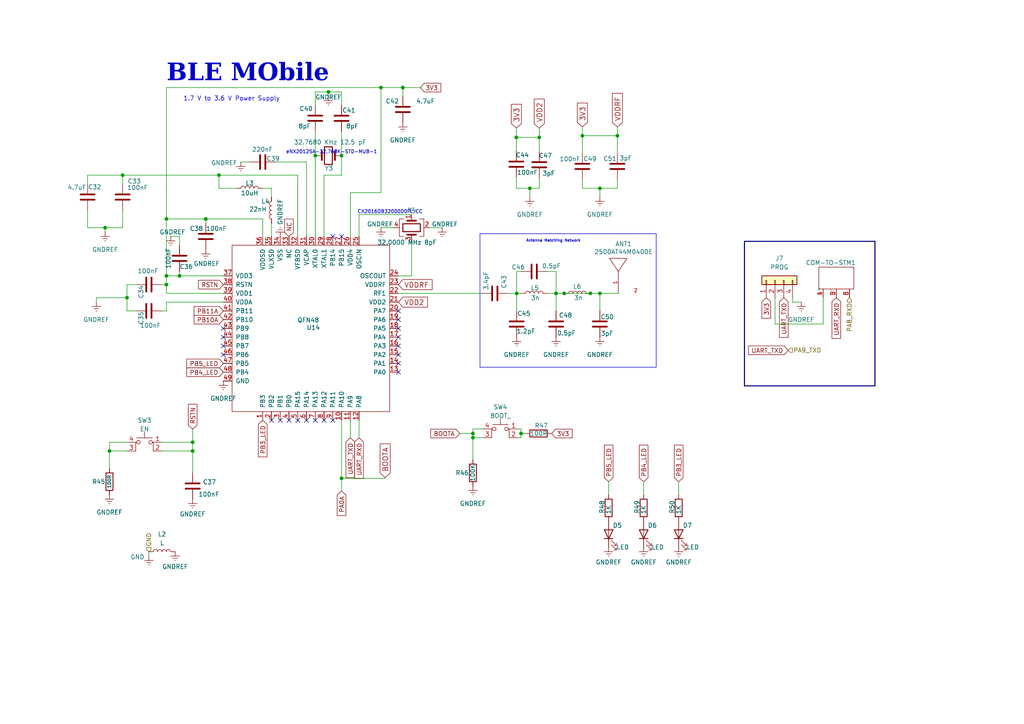
<source format=kicad_sch>
(kicad_sch (version 20231120) (generator "eeschema") (generator_version "8.0")
  (paper "A4")
  (lib_symbols
    (symbol "BlueNRG-LP-rescue:2500AT44M0400E-eec" (pin_names (offset 1.016))
      (property "Reference" "ANT" (at 0 15.24 0))
      (property "Value" "2500AT44M0400E-eec" (at 0 17.78 0))
      (symbol "2500AT44M0400E-eec_1_1"
        (polyline (pts (xy -2.54 12.7) (xy 0 8.89)))
        (polyline (pts (xy -2.54 12.7) (xy 2.54 12.7)))
        (polyline (pts (xy 2.54 12.7) (xy 0 8.89)))
        (pin unspecified line (at 0 2.54 90) (length 6.35) (name "Feeding_Point") (number "1"))
        (pin unspecified line (at 5.08 2.54 180) (length 0) (name "NC") (number "2"))
      )
    )
    (symbol "BlueNRG-LP-rescue:QFN48-QFN48" (pin_names (offset 1.016))
      (property "Reference" "U" (at 17.78 -27.94 0))
      (property "Value" "QFN48-QFN48" (at 17.78 -25.4 0))
      (symbol "QFN48-QFN48_0_1"
        (rectangle (start 0 0) (end 45.72 -48.26))
      )
      (symbol "QFN48-QFN48_1_1"
        (pin input line (at 8.89 -50.8 90) (length 2.54) (name "PB3") (number "1"))
        (pin bidirectional line (at 31.75 -50.8 90) (length 2.54) (name "PA10") (number "10"))
        (pin bidirectional line (at 34.29 -50.8 90) (length 2.54) (name "PA9") (number "11"))
        (pin bidirectional line (at 36.83 -50.8 90) (length 2.54) (name "PA8") (number "12"))
        (pin bidirectional line (at 48.26 -36.83 180) (length 2.54) (name "PA0") (number "13"))
        (pin bidirectional line (at 48.26 -34.29 180) (length 2.54) (name "PA1") (number "14"))
        (pin bidirectional line (at 48.26 -31.75 180) (length 2.54) (name "PA2") (number "15"))
        (pin bidirectional line (at 48.26 -29.21 180) (length 2.54) (name "PA3") (number "16"))
        (pin bidirectional line (at 48.26 -26.67 180) (length 2.54) (name "PA4") (number "17"))
        (pin bidirectional line (at 48.26 -24.13 180) (length 2.54) (name "PA5") (number "18"))
        (pin bidirectional line (at 48.26 -21.59 180) (length 2.54) (name "PA6") (number "19"))
        (pin input line (at 11.43 -50.8 90) (length 2.54) (name "PB2") (number "2"))
        (pin bidirectional line (at 48.26 -19.05 180) (length 2.54) (name "PA7") (number "20"))
        (pin input line (at 48.26 -16.51 180) (length 2.54) (name "VDD2") (number "21"))
        (pin bidirectional line (at 48.26 -13.97 180) (length 2.54) (name "RF1") (number "22"))
        (pin bidirectional line (at 48.26 -11.43 180) (length 2.54) (name "VDDRF") (number "23"))
        (pin bidirectional line (at 48.26 -8.89 180) (length 2.54) (name "OSCOUT") (number "24"))
        (pin bidirectional line (at 36.83 2.54 270) (length 2.54) (name "OSCIN") (number "25"))
        (pin input line (at 34.29 2.54 270) (length 2.54) (name "VDD4") (number "26"))
        (pin bidirectional line (at 31.75 2.54 270) (length 2.54) (name "PB15") (number "27"))
        (pin bidirectional line (at 29.21 2.54 270) (length 2.54) (name "PB14") (number "28"))
        (pin bidirectional line (at 26.67 2.54 270) (length 2.54) (name "XTAL1") (number "29"))
        (pin input line (at 13.97 -50.8 90) (length 2.54) (name "PB1") (number "3"))
        (pin bidirectional line (at 24.13 2.54 270) (length 2.54) (name "XTAL0") (number "30"))
        (pin bidirectional line (at 21.59 2.54 270) (length 2.54) (name "VCAP") (number "31"))
        (pin bidirectional line (at 19.05 2.54 270) (length 2.54) (name "VFBSD") (number "32"))
        (pin bidirectional line (at 16.51 2.54 270) (length 2.54) (name "NC") (number "33"))
        (pin bidirectional line (at 13.97 2.54 270) (length 2.54) (name "VSS") (number "34"))
        (pin bidirectional line (at 11.43 2.54 270) (length 2.54) (name "VLXSD") (number "35"))
        (pin bidirectional line (at 8.89 2.54 270) (length 2.54) (name "VDDSD") (number "36"))
        (pin input line (at -2.54 -8.89 0) (length 2.54) (name "VDD3") (number "37"))
        (pin bidirectional line (at -2.54 -11.43 0) (length 2.54) (name "RSTN") (number "38"))
        (pin input line (at -2.54 -13.97 0) (length 2.54) (name "VDD1") (number "39"))
        (pin input line (at 16.51 -50.8 90) (length 2.54) (name "PB0") (number "4"))
        (pin input line (at -2.54 -16.51 0) (length 2.54) (name "VDDA") (number "40"))
        (pin bidirectional line (at -2.54 -19.05 0) (length 2.54) (name "PB11") (number "41"))
        (pin bidirectional line (at -2.54 -21.59 0) (length 2.54) (name "PB10") (number "42"))
        (pin bidirectional line (at -2.54 -24.13 0) (length 2.54) (name "PB9") (number "43"))
        (pin bidirectional line (at -2.54 -26.67 0) (length 2.54) (name "PB8") (number "44"))
        (pin bidirectional line (at -2.54 -29.21 0) (length 2.54) (name "PB7") (number "45"))
        (pin bidirectional line (at -2.54 -31.75 0) (length 2.54) (name "PB6") (number "46"))
        (pin bidirectional line (at -2.54 -34.29 0) (length 2.54) (name "PB5") (number "47"))
        (pin bidirectional line (at -2.54 -36.83 0) (length 2.54) (name "PB4") (number "48"))
        (pin input line (at -2.54 -39.37 0) (length 2.54) (name "GND") (number "49"))
        (pin bidirectional line (at 19.05 -50.8 90) (length 2.54) (name "PA15") (number "5"))
        (pin bidirectional line (at 21.59 -50.8 90) (length 2.54) (name "PA14") (number "6"))
        (pin bidirectional line (at 24.13 -50.8 90) (length 2.54) (name "PA13") (number "7"))
        (pin bidirectional line (at 26.67 -50.8 90) (length 2.54) (name "PA12") (number "8"))
        (pin bidirectional line (at 29.21 -50.8 90) (length 2.54) (name "PA11") (number "9"))
      )
    )
    (symbol "Connector_Generic:Conn_01x04" (pin_names (offset 1.016) hide)
      (property "Reference" "J" (at 0 5.08 0))
      (property "Value" "Conn_01x04" (at 0 -7.62 0))
      (symbol "Conn_01x04_1_1"
        (rectangle (start -1.27 -4.953) (end 0 -5.207) (stroke (width 0.1524)))
        (rectangle (start -1.27 -2.413) (end 0 -2.667) (stroke (width 0.1524)))
        (rectangle (start -1.27 0.127) (end 0 -0.127) (stroke (width 0.1524)))
        (rectangle (start -1.27 2.667) (end 0 2.413) (stroke (width 0.1524)))
        (rectangle (start -1.27 3.81) (end 1.27 -6.35) (stroke (width 0.254)) (fill (type background)))
        (pin passive line (at -5.08 2.54 0) (length 3.81) (name "Pin_1") (number "1"))
        (pin passive line (at -5.08 0 0) (length 3.81) (name "Pin_2") (number "2"))
        (pin passive line (at -5.08 -2.54 0) (length 3.81) (name "Pin_3") (number "3"))
        (pin passive line (at -5.08 -5.08 0) (length 3.81) (name "Pin_4") (number "4"))
      )
    )
    (symbol "Device:C" (pin_numbers hide) (pin_names (offset 0.254))
      (property "Reference" "C" (at 0.635 2.54 0))
      (property "Value" "C" (at 0.635 -2.54 0))
      (symbol "C_0_1"
        (polyline (pts (xy -2.032 -0.762) (xy 2.032 -0.762)) (stroke (width 0.508)))
        (polyline (pts (xy -2.032 0.762) (xy 2.032 0.762)) (stroke (width 0.508)))
      )
      (symbol "C_1_1"
        (pin passive line (at 0 3.81 270) (length 2.794) (name "~") (number "1"))
        (pin passive line (at 0 -3.81 90) (length 2.794) (name "~") (number "2"))
      )
    )
    (symbol "Device:Crystal" (pin_numbers hide) (pin_names (offset 1.016) hide)
      (property "Reference" "Y" (at 0 3.81 0))
      (property "Value" "Crystal" (at 0 -3.81 0))
      (symbol "Crystal_0_1"
        (rectangle (start -1.143 2.54) (end 1.143 -2.54) (stroke (width 0.3048)))
        (polyline (pts (xy -2.54 0) (xy -1.905 0)))
        (polyline (pts (xy -1.905 -1.27) (xy -1.905 1.27)) (stroke (width 0.508)))
        (polyline (pts (xy 1.905 -1.27) (xy 1.905 1.27)) (stroke (width 0.508)))
        (polyline (pts (xy 2.54 0) (xy 1.905 0)))
      )
      (symbol "Crystal_1_1"
        (pin passive line (at -3.81 0 0) (length 1.27) (name "1") (number "1"))
        (pin passive line (at 3.81 0 180) (length 1.27) (name "2") (number "2"))
      )
    )
    (symbol "Device:Crystal_GND24" (pin_names (offset 1.016) hide)
      (property "Reference" "Y" (at 3.175 5.08 0))
      (property "Value" "Crystal_GND24" (at 3.175 3.175 0))
      (symbol "Crystal_GND24_0_1"
        (rectangle (start -1.143 2.54) (end 1.143 -2.54) (stroke (width 0.3048)))
        (polyline (pts (xy -2.54 0) (xy -2.032 0)))
        (polyline (pts (xy -2.032 -1.27) (xy -2.032 1.27)) (stroke (width 0.508)))
        (polyline (pts (xy 0 -3.81) (xy 0 -3.556)))
        (polyline (pts (xy 0 3.556) (xy 0 3.81)))
        (polyline (pts (xy 2.032 -1.27) (xy 2.032 1.27)) (stroke (width 0.508)))
        (polyline (pts (xy 2.032 0) (xy 2.54 0)))
        (polyline (pts (xy -2.54 -2.286) (xy -2.54 -3.556) (xy 2.54 -3.556) (xy 2.54 -2.286)))
        (polyline (pts (xy -2.54 2.286) (xy -2.54 3.556) (xy 2.54 3.556) (xy 2.54 2.286)))
      )
      (symbol "Crystal_GND24_1_1"
        (pin passive line (at -3.81 0 0) (length 1.27) (name "1") (number "1"))
        (pin passive line (at 0 5.08 270) (length 1.27) (name "2") (number "2"))
        (pin passive line (at 3.81 0 180) (length 1.27) (name "3") (number "3"))
        (pin passive line (at 0 -5.08 90) (length 1.27) (name "4") (number "4"))
      )
    )
    (symbol "Device:L" (pin_numbers hide) (pin_names (offset 1.016) hide)
      (property "Reference" "L" (at -1.27 0 90))
      (property "Value" "L" (at 1.905 0 90))
      (symbol "L_0_1"
        (arc (start 0 -2.54) (mid 0.6323 -1.905) (end 0 -1.27))
        (arc (start 0 -1.27) (mid 0.6323 -0.635) (end 0 0))
        (arc (start 0 0) (mid 0.6323 0.635) (end 0 1.27))
        (arc (start 0 1.27) (mid 0.6323 1.905) (end 0 2.54))
      )
      (symbol "L_1_1"
        (pin passive line (at 0 3.81 270) (length 1.27) (name "1") (number "1"))
        (pin passive line (at 0 -3.81 90) (length 1.27) (name "2") (number "2"))
      )
    )
    (symbol "Device:LED" (pin_numbers hide) (pin_names (offset 1.016) hide)
      (property "Reference" "D" (at 0 2.54 0))
      (property "Value" "LED" (at 0 -2.54 0))
      (symbol "LED_0_1"
        (polyline (pts (xy -1.27 -1.27) (xy -1.27 1.27)) (stroke (width 0.254)))
        (polyline (pts (xy -1.27 0) (xy 1.27 0)))
        (polyline (pts (xy 1.27 -1.27) (xy 1.27 1.27) (xy -1.27 0) (xy 1.27 -1.27)) (stroke (width 0.254)))
        (polyline (pts (xy -3.048 -0.762) (xy -4.572 -2.286) (xy -3.81 -2.286) (xy -4.572 -2.286) (xy -4.572 -1.524)))
        (polyline (pts (xy -1.778 -0.762) (xy -3.302 -2.286) (xy -2.54 -2.286) (xy -3.302 -2.286) (xy -3.302 -1.524)))
      )
      (symbol "LED_1_1"
        (pin passive line (at -3.81 0 0) (length 2.54) (name "K") (number "1"))
        (pin passive line (at 3.81 0 180) (length 2.54) (name "A") (number "2"))
      )
    )
    (symbol "Device:R" (pin_numbers hide) (pin_names (offset 0))
      (property "Reference" "R" (at 2.032 0 90))
      (property "Value" "R" (at 0 0 90))
      (symbol "R_0_1"
        (rectangle (start -1.016 -2.54) (end 1.016 2.54) (stroke (width 0.254)))
      )
      (symbol "R_1_1"
        (pin passive line (at 0 3.81 270) (length 1.27) (name "~") (number "1"))
        (pin passive line (at 0 -3.81 90) (length 1.27) (name "~") (number "2"))
      )
    )
    (symbol "GNDREF_1" (power) (pin_names (offset 0))
      (property "Value" "GNDREF_1" (at 0 -4.445 0))
      (symbol "GNDREF_1_0_1"
        (polyline (pts (xy -0.635 -1.905) (xy 0.635 -1.905)))
        (polyline (pts (xy -0.127 -2.54) (xy 0.127 -2.54)))
        (polyline (pts (xy 0 -1.27) (xy 0 0)))
        (polyline (pts (xy 1.27 -1.27) (xy -1.27 -1.27)))
      )
      (symbol "GNDREF_1_1_1"
        (pin power_in line (at 0 0 270) (length 0) hide (name "GND") (number "1"))
      )
    )
    (symbol "SS-3235S-L2:U1"
      (property "Reference" "SS-3235S-L2" (at 0 0 0))
      (symbol "U1_0_1"
        (rectangle (start 0 0) (end 6.35 -10.16))
      )
      (symbol "U1_1_1"
        (pin input line (at -2.54 -1.27 0) (length 2.54) (name "") (number "1"))
        (pin input line (at -2.54 -5.08 0) (length 2.54) (name "") (number "2"))
        (pin input line (at -2.54 -8.89 0) (length 2.54) (name "") (number "3"))
        (pin input line (at -2.54 -1.27 0) (length 2.54) (name "") (number "4"))
        (pin input line (at -2.54 -5.08 0) (length 2.54) (name "") (number "5"))
        (pin input line (at -2.54 -8.89 0) (length 2.54) (name "") (number "6"))
      )
    )
    (symbol "Switch:SW_MEC_5E" (pin_names (offset 1.016) hide)
      (property "Reference" "SW" (at 0.635 5.715 0))
      (property "Value" "SW_MEC_5E" (at 0 -3.175 0))
      (symbol "SW_MEC_5E_0_1"
        (circle (center -1.778 2.54) (radius 0.508))
        (polyline (pts (xy -2.286 3.81) (xy 2.286 3.81)))
        (polyline (pts (xy 0 3.81) (xy 0 5.588)))
        (polyline (pts (xy -2.54 0) (xy -2.54 2.54) (xy -2.286 2.54)))
        (polyline (pts (xy 2.54 0) (xy 2.54 2.54) (xy 2.286 2.54)))
        (circle (center 1.778 2.54) (radius 0.508))
        (pin passive line (at -5.08 2.54 0) (length 2.54) (name "1") (number "1"))
        (pin passive line (at -5.08 0 0) (length 2.54) (name "2") (number "2"))
        (pin passive line (at 5.08 0 180) (length 2.54) (name "K") (number "3"))
        (pin passive line (at 5.08 2.54 180) (length 2.54) (name "A") (number "4"))
      )
    )
    (symbol "power:GNDREF" (power) (pin_numbers hide) (pin_names (offset 0) hide)
      (property "Value" "GNDREF" (at 0 -3.81 0))
      (symbol "GNDREF_0_1"
        (polyline (pts (xy -0.635 -1.905) (xy 0.635 -1.905)))
        (polyline (pts (xy -0.127 -2.54) (xy 0.127 -2.54)))
        (polyline (pts (xy 0 -1.27) (xy 0 0)))
        (polyline (pts (xy 1.27 -1.27) (xy -1.27 -1.27)))
      )
      (symbol "GNDREF_1_1"
        (pin power_in line (at 0 0 270) (length 0) (name "~") (number "1"))
      )
    )
  )
  (junction (at 36.83 86.36))
  (junction (at 149.7584 39.8526))
  (junction (at 173.99 85.09))
  (junction (at 149.86 85.09))
  (junction (at 151.13 125.73))
  (junction (at 168.91 39.37))
  (junction (at 31.75 130.81))
  (junction (at 63.5 50.8))
  (junction (at 179.07 39.37))
  (junction (at 110.49 25.4))
  (junction (at 99.06 138.7348))
  (junction (at 59.69 63.5))
  (junction (at 173.99 54.61))
  (junction (at 116.84 25.4))
  (junction (at 35.56 50.8))
  (junction (at 48.26 63.5))
  (junction (at 91.44 45.1358))
  (junction (at 156.4132 39.8526))
  (junction (at 48.26 82.55))
  (junction (at 30.48 66.04))
  (junction (at 137.16 125.73))
  (junction (at 99.06 45.1358))
  (junction (at 95.25 26.67))
  (junction (at 52.07 80.01))
  (junction (at 55.88 130.81))
  (junction (at 171.2468 85.09))
  (junction (at 48.26 80.01))
  (junction (at 137.16 126.9492))
  (junction (at 153.67 54.61))
  (junction (at 55.88 128.27))
  (junction (at 161.29 85.09))
  (junction (at 163.6268 85.09))
  (no_connect (at 91.44 121.92))
  (no_connect (at 115.57 95.25))
  (no_connect (at 81.28 121.92))
  (no_connect (at 64.77 97.79))
  (no_connect (at 64.77 95.25))
  (no_connect (at 115.57 107.95))
  (no_connect (at 99.06 68.58))
  (no_connect (at 115.57 100.33))
  (no_connect (at 83.82 121.92))
  (no_connect (at 96.52 68.58))
  (no_connect (at 64.77 102.87))
  (no_connect (at 115.57 90.17))
  (no_connect (at 115.57 92.71))
  (no_connect (at 88.9 121.92))
  (no_connect (at 96.52 121.92))
  (no_connect (at 115.57 97.79))
  (no_connect (at 115.57 105.41))
  (no_connect (at 93.98 121.92))
  (no_connect (at 64.77 100.33))
  (no_connect (at 78.74 121.92))
  (no_connect (at 115.57 102.87))
  (no_connect (at 86.36 121.92))
  (wire (pts (xy 99.06 138.7348) (xy 99.06 142.4432)))
  (wire (pts (xy 49.53 68.58) (xy 52.07 68.58)))
  (wire (pts (xy 179.07 36.83) (xy 179.07 39.37)))
  (wire (pts (xy 101.6 68.58) (xy 101.6 55.88)))
  (wire (pts (xy 27.94 87.63) (xy 27.94 86.36)))
  (polyline (pts (xy 139.2174 106.5022) (xy 190.3222 106.5022)))
  (wire (pts (xy 153.67 54.61) (xy 153.67 57.15)))
  (wire (pts (xy 52.07 80.01) (xy 64.77 80.01)))
  (wire (pts (xy 91.44 26.67) (xy 91.44 30.48)))
  (wire (pts (xy 93.98 50.8) (xy 99.06 50.8)))
  (wire (pts (xy 76.2 54.61) (xy 78.74 54.61)))
  (wire (pts (xy 133.35 125.73) (xy 137.16 125.73)))
  (wire (pts (xy 48.26 87.63) (xy 48.26 90.17)))
  (wire (pts (xy 43.18 160.02) (xy 43.18 161.29)))
  (wire (pts (xy 137.16 126.9492) (xy 137.16 133.35)))
  (wire (pts (xy 238.76 86.36) (xy 238.76 93.98)))
  (wire (pts (xy 99.06 138.7348) (xy 111.7092 138.7348)))
  (wire (pts (xy 59.69 63.5) (xy 59.69 64.77)))
  (wire (pts (xy 31.75 128.27) (xy 31.75 130.81)))
  (wire (pts (xy 95.25 26.67) (xy 99.06 26.67)))
  (wire (pts (xy 55.88 128.27) (xy 55.88 124.46)))
  (polyline (pts (xy 139.2174 67.7926) (xy 139.2174 106.5022)))
  (wire (pts (xy 173.99 54.61) (xy 173.99 57.15)))
  (wire (pts (xy 30.48 66.04) (xy 35.56 66.04)))
  (wire (pts (xy 124.46 66.04) (xy 128.27 66.04)))
  (wire (pts (xy 137.16 124.4092) (xy 137.16 125.73)))
  (wire (pts (xy 63.5 50.8) (xy 86.36 50.8)))
  (wire (pts (xy 35.56 50.8) (xy 35.56 53.34)))
  (wire (pts (xy 156.4132 39.8526) (xy 156.4132 37.1602)))
  (wire (pts (xy 110.49 25.4) (xy 116.84 25.4)))
  (wire (pts (xy 88.9 68.58) (xy 88.9 46.99)))
  (wire (pts (xy 149.7584 54.61) (xy 153.67 54.61)))
  (wire (pts (xy 76.2 63.5) (xy 59.69 63.5)))
  (wire (pts (xy 173.99 85.09) (xy 179.324 85.09)))
  (wire (pts (xy 48.26 63.5) (xy 48.26 80.01)))
  (wire (pts (xy 173.99 85.09) (xy 173.99 90.17)))
  (wire (pts (xy 63.5 54.61) (xy 63.5 50.8)))
  (wire (pts (xy 115.57 80.01) (xy 119.38 80.01)))
  (wire (pts (xy 186.69 139.7) (xy 186.69 143.51)))
  (wire (pts (xy 52.07 78.74) (xy 52.07 80.01)))
  (wire (pts (xy 168.91 39.37) (xy 179.07 39.37)))
  (wire (pts (xy 158.75 85.09) (xy 161.29 85.09)))
  (wire (pts (xy 168.91 54.61) (xy 173.99 54.61)))
  (wire (pts (xy 158.75 78.74) (xy 161.29 78.74)))
  (wire (pts (xy 115.57 85.09) (xy 139.7 85.09)))
  (wire (pts (xy 36.83 82.55) (xy 36.83 86.36)))
  (wire (pts (xy 91.44 45.1358) (xy 91.44 68.58)))
  (wire (pts (xy 48.26 82.55) (xy 48.26 80.01)))
  (wire (pts (xy 99.06 38.1254) (xy 99.06 45.1358)))
  (wire (pts (xy 36.83 86.36) (xy 36.83 90.17)))
  (wire (pts (xy 171.2468 85.09) (xy 173.99 85.09)))
  (wire (pts (xy 39.37 90.17) (xy 36.83 90.17)))
  (wire (pts (xy 116.84 25.4) (xy 116.84 27.94)))
  (wire (pts (xy 25.4 50.8) (xy 25.4 53.34)))
  (wire (pts (xy 104.14 62.23) (xy 119.38 62.23)))
  (polyline (pts (xy 190.3222 67.7926) (xy 139.2174 67.7926)))
  (wire (pts (xy 99.06 121.92) (xy 99.06 138.7348)))
  (wire (pts (xy 119.38 80.01) (xy 119.38 69.85)))
  (wire (pts (xy 161.29 85.09) (xy 163.6268 85.09)))
  (wire (pts (xy 35.56 50.8) (xy 63.5 50.8)))
  (wire (pts (xy 48.26 25.4) (xy 48.26 63.5)))
  (wire (pts (xy 137.16 126.9492) (xy 137.16 125.73)))
  (wire (pts (xy 25.4 66.04) (xy 30.48 66.04)))
  (wire (pts (xy 179.07 52.07) (xy 179.07 54.61)))
  (wire (pts (xy 30.48 66.04) (xy 30.48 67.31)))
  (wire (pts (xy 224.79 93.98) (xy 238.76 93.98)))
  (bus (pts (xy 215.9254 70.0024) (xy 253.7714 70.0024)))
  (wire (pts (xy 149.86 85.09) (xy 151.13 85.09)))
  (wire (pts (xy 46.99 128.27) (xy 55.88 128.27)))
  (wire (pts (xy 99.06 26.67) (xy 99.06 30.5054)))
  (wire (pts (xy 110.49 66.04) (xy 114.3 66.04)))
  (wire (pts (xy 168.91 39.37) (xy 168.91 44.45)))
  (wire (pts (xy 149.86 78.74) (xy 151.13 78.74)))
  (wire (pts (xy 168.91 52.07) (xy 168.91 54.61)))
  (polyline (pts (xy 190.3222 106.5022) (xy 190.3222 67.7926)))
  (wire (pts (xy 59.69 63.5) (xy 48.26 63.5)))
  (wire (pts (xy 101.6 121.92) (xy 101.6 127)))
  (wire (pts (xy 99.06 45.1358) (xy 99.06 50.8)))
  (wire (pts (xy 179.07 39.37) (xy 179.07 44.45)))
  (wire (pts (xy 161.29 85.09) (xy 161.29 90.17)))
  (wire (pts (xy 156.4132 54.61) (xy 156.4132 51.5874)))
  (wire (pts (xy 27.94 86.36) (xy 36.83 86.36)))
  (wire (pts (xy 151.13 124.4092) (xy 151.13 125.73)))
  (wire (pts (xy 78.74 64.77) (xy 78.74 68.58)))
  (wire (pts (xy 78.74 54.61) (xy 78.74 57.15)))
  (wire (pts (xy 153.67 54.61) (xy 156.4132 54.61)))
  (wire (pts (xy 80.01 46.99) (xy 88.9 46.99)))
  (wire (pts (xy 147.32 85.09) (xy 149.86 85.09)))
  (wire (pts (xy 46.99 82.55) (xy 48.26 82.55)))
  (wire (pts (xy 31.75 130.81) (xy 31.75 135.89)))
  (wire (pts (xy 176.53 139.7) (xy 176.53 143.51)))
  (wire (pts (xy 224.79 86.36) (xy 224.79 93.98)))
  (wire (pts (xy 76.2 68.58) (xy 76.2 63.5)))
  (bus (pts (xy 215.9254 70.0024) (xy 215.9254 111.9124)))
  (wire (pts (xy 48.26 80.01) (xy 52.07 80.01)))
  (wire (pts (xy 31.75 130.81) (xy 36.83 130.81)))
  (wire (pts (xy 93.98 68.58) (xy 93.98 50.8)))
  (bus (pts (xy 253.7714 111.9124) (xy 215.9254 111.9124)))
  (wire (pts (xy 46.99 130.81) (xy 55.88 130.81)))
  (wire (pts (xy 137.16 124.4092) (xy 140.0556 124.4092)))
  (wire (pts (xy 95.25 26.67) (xy 91.44 26.67)))
  (wire (pts (xy 52.07 68.58) (xy 52.07 71.12)))
  (wire (pts (xy 48.26 82.55) (xy 48.26 85.09)))
  (wire (pts (xy 163.6268 85.09) (xy 171.2468 85.09)))
  (wire (pts (xy 140.0556 126.9492) (xy 137.16 126.9492)))
  (wire (pts (xy 104.14 121.92) (xy 104.14 127)))
  (bus (pts (xy 253.7714 70.0024) (xy 253.7714 111.9124)))
  (wire (pts (xy 149.7584 39.8526) (xy 149.7584 43.815)))
  (wire (pts (xy 39.37 82.55) (xy 36.83 82.55)))
  (wire (pts (xy 151.13 126.9492) (xy 151.13 125.73)))
  (wire (pts (xy 149.7584 37.1348) (xy 149.7584 39.8526)))
  (wire (pts (xy 150.2156 126.9492) (xy 151.13 126.9492)))
  (wire (pts (xy 156.4132 39.8526) (xy 156.4132 43.9674)))
  (wire (pts (xy 229.87 86.36) (xy 229.87 87.63)))
  (wire (pts (xy 149.86 85.09) (xy 149.86 78.74)))
  (wire (pts (xy 101.6 55.88) (xy 110.49 55.88)))
  (wire (pts (xy 161.29 78.74) (xy 161.29 85.09)))
  (wire (pts (xy 168.91 36.7792) (xy 168.91 39.37)))
  (wire (pts (xy 48.26 25.4) (xy 110.49 25.4)))
  (wire (pts (xy 35.56 66.04) (xy 35.56 60.96)))
  (wire (pts (xy 55.88 128.27) (xy 55.88 130.81)))
  (wire (pts (xy 229.87 87.63) (xy 232.41 87.63)))
  (wire (pts (xy 55.88 130.81) (xy 55.88 137.16)))
  (wire (pts (xy 48.26 85.09) (xy 64.77 85.09)))
  (wire (pts (xy 86.36 50.8) (xy 86.36 68.58)))
  (wire (pts (xy 149.7584 51.435) (xy 149.7584 54.61)))
  (wire (pts (xy 110.49 55.88) (xy 110.49 25.4)))
  (wire (pts (xy 25.4 60.96) (xy 25.4 66.04)))
  (wire (pts (xy 48.26 87.63) (xy 64.77 87.63)))
  (wire (pts (xy 150.2156 124.4092) (xy 151.13 124.4092)))
  (wire (pts (xy 25.4 50.8) (xy 35.56 50.8)))
  (wire (pts (xy 151.13 125.73) (xy 152.4 125.73)))
  (wire (pts (xy 46.99 90.17) (xy 48.26 90.17)))
  (wire (pts (xy 36.83 128.27) (xy 31.75 128.27)))
  (wire (pts (xy 116.84 25.4) (xy 121.92 25.4)))
  (wire (pts (xy 111.7092 138.5062) (xy 111.7092 138.7348)))
  (wire (pts (xy 95.25 27.94) (xy 95.25 26.67)))
  (wire (pts (xy 196.85 139.7) (xy 196.85 143.51)))
  (wire (pts (xy 68.58 54.61) (xy 63.5 54.61)))
  (wire (pts (xy 149.7584 39.8526) (xy 156.4132 39.8526)))
  (wire (pts (xy 173.99 54.61) (xy 179.07 54.61)))
  (wire (pts (xy 149.86 85.09) (xy 149.86 90.17)))
  (wire (pts (xy 104.14 68.58) (xy 104.14 62.23)))
  (wire (pts (xy 91.44 38.1) (xy 91.44 45.1358)))
  (wire (pts (xy 69.85 46.99) (xy 72.39 46.99)))
  (text "Antenna Matching Network" (at 152.5524 70.3834 0) (effects (font (size 0.7874 0.7874)) (justify left bottom)))
  (text "BLE MObile" (at 48.3362 25.654 0) (effects (font (size 5 5) (bold yes)) (justify left bottom)))
  (text "eNX2012SA-32.768K-STD-MUB-1" (at 109.4232 44.7548 0) (effects (font (size 0.9906 0.9906)) (justify right bottom)))
  (text "1.7 V to 3.6 V Power Supply" (at 53.1622 29.464 0) (effects (font (size 1.27 1.27)) (justify left bottom)))
  (text "CX2016DB32000D0FLJCC" (at 103.6828 62.1284 0) (effects (font (size 0.9906 0.9906)) (justify left bottom)))
  (global_label "UART_TXD" (shape input) (at 101.6 127 270) (property "Intersheetrefs" "${INTERSHEET_REFS}" (effects (hide yes))))
  (global_label "3V3" (shape input) (at 160.02 125.73 0) (property "Intersheetrefs" "${INTERSHEET_REFS}" (effects (hide yes))))
  (global_label "BOOTA" (shape input) (at 133.35 125.73 180) (property "Intersheetrefs" "${INTERSHEET_REFS}" (effects (hide yes))))
  (global_label "PB3_LED" (shape input) (at 196.85 139.7 90) (property "Intersheetrefs" "${INTERSHEET_REFS}" (effects (hide yes))))
  (global_label "PB10A" (shape input) (at 64.77 92.71 180) (property "Intersheetrefs" "${INTERSHEET_REFS}" (effects (hide yes))))
  (global_label "PA0A" (shape input) (at 99.06 142.4432 270) (property "Intersheetrefs" "${INTERSHEET_REFS}" (effects (hide yes))))
  (global_label "UART_TXD" (shape input) (at 227.33 86.36 270) (property "Intersheetrefs" "${INTERSHEET_REFS}" (effects (hide yes))))
  (global_label "PB5_LED" (shape input) (at 176.53 139.7 90) (property "Intersheetrefs" "${INTERSHEET_REFS}" (effects (hide yes))))
  (global_label "VDD2" (shape input) (at 115.57 87.63 0) (effects (font (size 1.4732 1.4732))) (property "Intersheetrefs" "${INTERSHEET_REFS}" (effects (hide yes))))
  (global_label "PB11A" (shape input) (at 64.77 90.17 180) (property "Intersheetrefs" "${INTERSHEET_REFS}" (effects (hide yes))))
  (global_label "3V3" (shape input) (at 121.92 25.4 0) (property "Intersheetrefs" "${INTERSHEET_REFS}" (effects (hide yes))))
  (global_label "3V3" (shape input) (at 222.25 86.36 270) (property "Intersheetrefs" "${INTERSHEET_REFS}" (effects (hide yes))))
  (global_label "UART_RXD" (shape input) (at 104.14 127 270) (property "Intersheetrefs" "${INTERSHEET_REFS}" (effects (hide yes))))
  (global_label "PB5_LED" (shape input) (at 64.77 105.41 180) (property "Intersheetrefs" "${INTERSHEET_REFS}" (effects (hide yes))))
  (global_label "VDDRF" (shape input) (at 179.07 36.83 90) (effects (font (size 1.4732 1.4732))) (property "Intersheetrefs" "${INTERSHEET_REFS}" (effects (hide yes))))
  (global_label "3V3" (shape input) (at 149.7584 37.1348 90) (effects (font (size 1.4732 1.4732))) (property "Intersheetrefs" "${INTERSHEET_REFS}" (effects (hide yes))))
  (global_label "VDDRF" (shape input) (at 115.57 82.55 0) (effects (font (size 1.4732 1.4732))) (property "Intersheetrefs" "${INTERSHEET_REFS}" (effects (hide yes))))
  (global_label "RSTN" (shape input) (at 64.77 82.55 180) (property "Intersheetrefs" "${INTERSHEET_REFS}" (effects (hide yes))))
  (global_label "NC" (shape input) (at 83.82 68.58 90) (property "Intersheetrefs" "${INTERSHEET_REFS}" (effects (hide yes))))
  (global_label "3V3" (shape input) (at 168.91 36.7792 90) (effects (font (size 1.4732 1.4732))) (property "Intersheetrefs" "${INTERSHEET_REFS}" (effects (hide yes))))
  (global_label "PB4_LED" (shape input) (at 186.69 139.7 90) (property "Intersheetrefs" "${INTERSHEET_REFS}" (effects (hide yes))))
  (global_label "PB4_LED" (shape input) (at 64.77 107.95 180) (property "Intersheetrefs" "${INTERSHEET_REFS}" (effects (hide yes))))
  (global_label "PB3_LED" (shape input) (at 76.2 121.92 270) (property "Intersheetrefs" "${INTERSHEET_REFS}" (effects (hide yes))))
  (global_label "VDD2" (shape input) (at 156.4132 37.1602 90) (effects (font (size 1.4732 1.4732))) (property "Intersheetrefs" "${INTERSHEET_REFS}" (effects (hide yes))))
  (global_label "BOOTA" (shape input) (at 111.7092 138.5062 90) (effects (font (size 1.4732 1.4732))) (property "Intersheetrefs" "${INTERSHEET_REFS}" (effects (hide yes))))
  (global_label "UART_TXD" (shape input) (at 228.6 101.6 180) (property "Intersheetrefs" "${INTERSHEET_REFS}" (effects (hide yes))))
  (global_label "UART_RXD" (shape input) (at 242.57 86.36 270) (property "Intersheetrefs" "${INTERSHEET_REFS}" (effects (hide yes))))
  (global_label "RSTN" (shape input) (at 55.88 124.46 90) (property "Intersheetrefs" "${INTERSHEET_REFS}" (effects (hide yes))))
  (hierarchical_label "GND" (shape input) (at 43.18 160.02 90))
  (hierarchical_label "PA9_TXD" (shape input) (at 228.6 101.6 0))
  (hierarchical_label "PA8_RXD" (shape input) (at 246.38 86.36 270))
  (symbol (lib_id "power:GNDREF") (at 186.69 158.75 0) (unit 1)
    (property "Reference" "#PWR078" (effects (hide yes)))
    (property "Value" "GNDREF" (at 186.69 163.068 0))
    (property "Description" "Power symbol creates a global label with name \"GNDREF\" , reference supply ground" (effects (hide yes)))
  )
  (symbol (lib_id "power:GNDREF") (at 110.49 66.04 0) (unit 1)
    (property "Reference" "#PWR068" (effects (hide yes)))
    (property "Value" "GNDREF" (at 110.236 65.024 0))
    (property "Description" "Power symbol creates a global label with name \"GNDREF\" , reference supply ground" (effects (hide yes)))
  )
  (symbol (lib_id "Device:C") (at 179.07 48.26 0) (unit 1)
    (property "Reference" "C51" (at 174.9552 45.9994 0) (effects (justify left)))
    (property "Value" "3pF" (at 179.6542 45.8724 0) (effects (justify left)))
    (property "Footprint" "Capacitor_SMD:C_0402_1005Metric" (effects (hide yes)))
    (property "Datasheet" "C0402C309K4GACTU" (effects (hide yes)))
    (property "JLC Part" "C318583" (effects (hide yes)))
  )
  (symbol (lib_id "power:GNDREF") (at 27.94 87.63 0) (unit 1)
    (property "Reference" "#PWR056" (effects (hide yes)))
    (property "Value" "GNDREF" (at 27.94 92.71 0))
    (property "Description" "Power symbol creates a global label with name \"GNDREF\" , reference supply ground" (effects (hide yes)))
  )
  (symbol (lib_id "Device:C") (at 154.94 78.74 90) (unit 1)
    (property "Reference" "C46" (at 152.273 77.47 90) (effects (justify left)))
    (property "Value" "0.5pF" (at 162.687 77.1652 90) (effects (justify left)))
    (property "Footprint" "Capacitor_SMD:C_0402_1005Metric" (effects (hide yes)))
    (property "Datasheet" "C0402C508C5GACTU" (effects (hide yes)))
    (property "JLC Part" "C86284" (effects (hide yes)))
  )
  (symbol (lib_id "Device:C") (at 173.99 93.98 180) (unit 1)
    (property "Reference" "C50" (at 178.0794 91.9226 0) (effects (justify left)))
    (property "Value" "3pF" (at 177.9016 96.7232 0) (effects (justify left)))
    (property "Footprint" "Capacitor_SMD:C_0402_1005Metric" (effects (hide yes)))
    (property "Datasheet" "C0402C309K4GACTU" (effects (hide yes)))
    (property "JLC Part" "C318583" (effects (hide yes)))
  )
  (symbol (lib_id "Device:C") (at 35.56 57.15 0) (unit 1)
    (property "Reference" "C33" (at 37.0078 52.578 0) (effects (justify left)))
    (property "Value" "100nF" (at 36.8554 54.4068 0) (effects (justify left)))
    (property "Footprint" "Capacitor_SMD:C_0402_1005Metric" (effects (hide yes)))
    (property "Datasheet" "C0402C104K4RACAUTO" (effects (hide yes)))
    (property "Description" "Multilayer Ceramic Capacitors MLCC - SMD/SMT 16V 0.1uF X7R 0402 10% AEC-Q200" (effects (hide yes)))
    (property "Manufacturer" "KEMET" (effects (hide yes)))
  )
  (symbol (lib_id "power:GNDREF") (at 69.85 46.99 0) (unit 1)
    (property "Reference" "#PWR065" (effects (hide yes)))
    (property "Value" "GNDREF" (at 65.024 47.244 0))
    (property "Description" "Power symbol creates a global label with name \"GNDREF\" , reference supply ground" (effects (hide yes)))
  )
  (symbol (lib_id "Switch:SW_MEC_5E") (at 41.91 130.81 0) (mirror y) (unit 1)
    (property "Reference" "SW3" (at 41.91 121.92 0))
    (property "Value" "EN" (at 41.91 124.46 0))
    (property "Footprint" "PCB_SKRPACE010:KEY-SMD_4P-L4.2-W3.2-P2.20-LS4.6" (effects (hide yes)))
    (property "Datasheet" "http://www.apem.com/int/index.php?controller=attachment&id_attachment=1371" (effects (hide yes)))
    (property "LCSC Part" "C139797" (effects (hide yes)))
  )
  (symbol (lib_id "Device:C") (at 52.07 74.93 0) (unit 1)
    (property "Reference" "C36" (at 52.07 77.343 0) (effects (justify left)))
    (property "Value" "100nF" (at 48.8188 77.978 90) (effects (justify left)))
    (property "Footprint" "Capacitor_SMD:C_0402_1005Metric" (effects (hide yes)))
    (property "Datasheet" "C0402C104K4RACAUTO" (effects (hide yes)))
    (property "Description" "Multilayer Ceramic Capacitors MLCC - SMD/SMT 16V 0.1uF X7R 0402 10% AEC-Q200" (effects (hide yes)))
    (property "Manufacturer" "KEMET" (effects (hide yes)))
  )
  (symbol (lib_id "power:GNDREF") (at 173.99 57.15 0) (unit 1)
    (property "Reference" "#PWR075" (effects (hide yes)))
    (property "Value" "GNDREF" (at 173.99 62.23 0))
    (property "Description" "Power symbol creates a global label with name \"GNDREF\" , reference supply ground" (effects (hide yes)))
  )
  (symbol (lib_id "power:GNDREF") (at 176.53 158.75 0) (unit 1)
    (property "Reference" "#PWR077" (effects (hide yes)))
    (property "Value" "GNDREF" (at 176.53 163.068 0))
    (property "Description" "Power symbol creates a global label with name \"GNDREF\" , reference supply ground" (effects (hide yes)))
  )
  (symbol (lib_id "power:GNDREF") (at 128.27 66.04 0) (unit 1)
    (property "Reference" "#PWR070" (effects (hide yes)))
    (property "Value" "GNDREF" (at 129.032 65.024 0))
    (property "Description" "Power symbol creates a global label with name \"GNDREF\" , reference supply ground" (effects (hide yes)))
  )
  (symbol (lib_id "power:GNDREF") (at 173.99 97.79 0) (unit 1)
    (property "Reference" "#PWR076" (effects (hide yes)))
    (property "Value" "GNDREF" (at 173.99 102.87 0))
    (property "Description" "Power symbol creates a global label with name \"GNDREF\" , reference supply ground" (effects (hide yes)))
  )
  (symbol (lib_id "power:GNDREF") (at 30.48 67.31 0) (unit 1)
    (property "Reference" "#PWR057" (effects (hide yes)))
    (property "Value" "GNDREF" (at 30.48 72.39 0))
    (property "Description" "Power symbol creates a global label with name \"GNDREF\" , reference supply ground" (effects (hide yes)))
  )
  (symbol (lib_id "Device:C") (at 76.2 46.99 90) (unit 1)
    (property "Reference" "C39" (at 81.153 45.9994 90) (effects (justify left)))
    (property "Value" "220nF" (at 79.1718 43.3578 90) (effects (justify left)))
    (property "Footprint" "Capacitor_SMD:C_0402_1005Metric" (effects (hide yes)))
    (property "Datasheet" "C0402C224K9PACTU" (effects (hide yes)))
    (property "JLC Part" "C16772" (effects (hide yes)))
  )
  (symbol (lib_id "power:GNDREF") (at 31.75 143.51 0) (unit 1)
    (property "Reference" "#PWR058" (effects (hide yes)))
    (property "Value" "GNDREF" (at 31.75 148.59 0))
    (property "Description" "Power symbol creates a global label with name \"GNDREF\" , reference supply ground" (effects (hide yes)))
  )
  (symbol (lib_id "Device:Crystal") (at 95.25 45.1358 0) (unit 1)
    (property "Reference" "Y3" (at 95.377 48.8188 0))
    (property "Value" "32.7680 KHz 12.5 pF" (at 95.7326 41.2496 0))
    (property "Footprint" "Crystal:Crystal_SMD_2012-2Pin_2.0x1.2mm" (effects (hide yes)))
    (property "Datasheet" "NX2012SA-32.768KSTD-MUB-1" (effects (hide yes)))
    (property "JLC_Part" "C354937" (effects (hide yes)))
  )
  (symbol (lib_id "Device:R") (at 196.85 147.32 0) (unit 1)
    (property "Reference" "R50" (at 194.9196 148.9964 90) (effects (justify left)))
    (property "Value" "1K" (at 196.8246 149.1742 90) (effects (justify left)))
    (property "Footprint" "Resistor_SMD:R_0402_1005Metric" (effects (hide yes)))
    (property "Datasheet" "FFF" (effects (hide yes)))
    (property "JLC_Part" "C11702" (effects (hide yes)))
    (instances (project "PWRSPMAK" (path "" (reference "R50") (unit 1))) (project "BlueNRG-LP" (path "" (reference "R8") (unit 1))) (project "makbed" (path "" (reference "R27") (unit 1))))
  )
  (symbol (lib_id "power:GNDREF") (at 81.28 68.58 180) (unit 1)
    (property "Reference" "#PWR066" (effects (hide yes)))
    (property "Value" "GNDREF" (at 81.28 61.468 90))
    (property "Description" "Power symbol creates a global label with name \"GNDREF\" , reference supply ground" (effects (hide yes)))
  )
  (symbol (lib_id "Device:L") (at 46.99 160.02 90) (unit 1)
    (property "Reference" "L2" (at 46.99 154.94 90))
    (property "Value" "L" (at 46.99 157.48 90))
    (property "Footprint" "Inductor_SMD:L_0402_1005Metric" (effects (hide yes)))
    (property "Description" "Inductor" (effects (hide yes)))
  )
  (symbol (lib_id "Device:R") (at 137.16 137.16 0) (unit 1)
    (property "Reference" "R46" (at 132.08 137.16 0) (effects (justify left)))
    (property "Value" "100K" (at 137.1092 139.7 90) (effects (justify left)))
    (property "Footprint" "Resistor_SMD:R_0603_1608Metric" (effects (hide yes)))
    (property "Datasheet" "FFF" (effects (hide yes)))
  )
  (symbol (lib_id "power:GNDREF") (at 196.85 158.75 0) (unit 1)
    (property "Reference" "#PWR079" (effects (hide yes)))
    (property "Value" "GNDREF" (at 196.85 163.068 0))
    (property "Description" "Power symbol creates a global label with name \"GNDREF\" , reference supply ground" (effects (hide yes)))
  )
  (symbol (lib_id "power:GNDREF") (at 161.29 97.79 0) (unit 1)
    (property "Reference" "#PWR074" (effects (hide yes)))
    (property "Value" "GNDREF" (at 161.29 102.87 0))
    (property "Description" "Power symbol creates a global label with name \"GNDREF\" , reference supply ground" (effects (hide yes)))
  )
  (symbol (lib_id "Device:C") (at 156.4132 47.7774 180) (unit 1)
    (property "Reference" "C47" (at 160.147 45.1104 0) (effects (justify left)))
    (property "Value" "3pF" (at 160.9852 50.2666 0) (effects (justify left)))
    (property "Footprint" "Capacitor_SMD:C_0402_1005Metric" (effects (hide yes)))
    (property "Datasheet" "C0402C309K4GACTU" (effects (hide yes)))
    (property "JLC Part" "C318583" (effects (hide yes)))
  )
  (symbol (lib_id "Device:R") (at 186.69 147.32 0) (unit 1)
    (property "Reference" "R49" (at 184.7596 148.9964 90) (effects (justify left)))
    (property "Value" "1K" (at 186.6646 149.1742 90) (effects (justify left)))
    (property "Footprint" "Resistor_SMD:R_0402_1005Metric" (effects (hide yes)))
    (property "Datasheet" "FFF" (effects (hide yes)))
    (property "JLC_Part" "C11702" (effects (hide yes)))
    (instances (project "PWRSPMAK" (path "" (reference "R49") (unit 1))) (project "BlueNRG-LP" (path "" (reference "R8") (unit 1))) (project "makbed" (path "" (reference "R26") (unit 1))))
  )
  (symbol (lib_id "power:GNDREF") (at 49.53 68.58 0) (unit 1)
    (property "Reference" "#PWR060" (effects (hide yes)))
    (property "Value" "GNDREF" (at 50.038 67.31 0))
    (property "Description" "Power symbol creates a global label with name \"GNDREF\" , reference supply ground" (effects (hide yes)))
  )
  (symbol (lib_id "power:GNDREF") (at 137.16 140.97 0) (unit 1)
    (property "Reference" "#PWR071" (effects (hide yes)))
    (property "Value" "GNDREF" (at 137.16 146.05 0))
    (property "Description" "Power symbol creates a global label with name \"GNDREF\" , reference supply ground" (effects (hide yes)))
  )
  (symbol (lib_id "Device:L") (at 167.4368 85.09 90) (unit 1)
    (property "Reference" "L6" (at 168.656 83.0834 90) (effects (justify left)))
    (property "Value" "3n" (at 169.037 86.3854 90) (effects (justify left)))
    (property "Footprint" "Inductor_SMD:L_0402_1005Metric" (effects (hide yes)))
    (property "Datasheet" "LQW15AN3N0B00" (effects (hide yes)))
    (property "Manufacturer" "Walsin Technologies" (effects (hide yes)))
  )
  (symbol (lib_id "Device:C") (at 149.86 93.98 180) (unit 1)
    (property "Reference" "C45" (at 153.924 90.932 0) (effects (justify left)))
    (property "Value" "1.2pF" (at 155.2702 96.0882 0) (effects (justify left)))
    (property "Footprint" "Capacitor_SMD:C_0402_1005Metric" (effects (hide yes)))
    (property "Datasheet" "CBR04C129A5GAC" (effects (hide yes)))
    (property "JLC Part" "C72135" (effects (hide yes)))
  )
  (symbol (lib_id "power:GNDREF") (at 149.86 97.79 0) (unit 1)
    (property "Reference" "#PWR072" (effects (hide yes)))
    (property "Value" "GNDREF" (at 149.86 102.87 0))
    (property "Description" "Power symbol creates a global label with name \"GNDREF\" , reference supply ground" (effects (hide yes)))
  )
  (symbol (lib_id "Device:R") (at 156.21 125.73 270) (unit 1)
    (property "Reference" "R47" (at 155.0416 123.444 90) (effects (justify left)))
    (property "Value" "100R" (at 153.67 125.73 90) (effects (justify left)))
    (property "Footprint" "Resistor_SMD:R_0603_1608Metric" (effects (hide yes)))
    (property "Datasheet" "FFF" (effects (hide yes)))
    (property "JLC Part" "C22775" (effects (hide yes)))
  )
  (symbol (lib_id "Device:L") (at 154.94 85.09 90) (unit 1)
    (property "Reference" "L5" (at 156.3624 83.5152 90) (effects (justify left)))
    (property "Value" "3n" (at 156.5402 86.3854 90) (effects (justify left)))
    (property "Footprint" "Inductor_SMD:L_0402_1005Metric" (effects (hide yes)))
    (property "Datasheet" "LQW15AN3N0B00" (effects (hide yes)))
    (property "Manufacturer" "Walsin Technologies" (effects (hide yes)))
  )
  (symbol (lib_id "Device:C") (at 168.91 48.26 0) (unit 1)
    (property "Reference" "C49" (at 169.1894 46.0756 0) (effects (justify left)))
    (property "Value" "100nF" (at 162.2552 46.1264 0) (effects (justify left)))
    (property "Footprint" "Capacitor_SMD:C_0402_1005Metric" (effects (hide yes)))
    (property "Datasheet" "C0402C104K4RACAUTO" (effects (hide yes)))
    (property "JLC Part" "C307331" (effects (hide yes)))
  )
  (symbol (lib_id "Device:Crystal_GND24") (at 119.38 66.04 270) (unit 1)
    (property "Reference" "Y4" (at 118.237 60.96 90) (effects (justify left)))
    (property "Value" "32.0000 MHz 8pF" (at 109.3978 70.3072 90) (effects (justify left)))
    (property "Footprint" "Crystal:Crystal_SMD_2016-4Pin_2.0x1.6mm" (effects (hide yes)))
    (property "Datasheet" "CX2016DB32000D0FLJCC" (effects (hide yes)))
    (property "JLC_Part" "C718072" (effects (hide yes)))
  )
  (symbol (lib_id "Device:LED") (at 196.85 154.94 90) (unit 1)
    (property "Reference" "D7" (at 199.39 152.4 90))
    (property "Value" "LED" (at 200.914 158.6992 90))
    (property "Footprint" "LED_SMD:LED_0805_2012Metric" (effects (hide yes)))
    (instances (project "PWRSPMAK" (path "" (reference "D7") (unit 1))) (project "BlueNRG-LP" (path "" (reference "D2") (unit 1))) (project "makbed" (path "" (reference "D14") (unit 1))))
  )
  (symbol (lib_id "Device:L") (at 72.39 54.61 90) (unit 1)
    (property "Reference" "L3" (at 73.66 53.1114 90) (effects (justify left)))
    (property "Value" "10uH" (at 74.9554 55.9816 90) (effects (justify left)))
    (property "Footprint" "Inductor_SMD:L_0805_2012Metric" (effects (hide yes)))
    (property "Datasheet" "LQM21FN100M70L" (effects (hide yes)))
    (property "JLC Part" "C504016" (effects (hide yes)))
  )
  (symbol (lib_id "Device:C") (at 59.69 68.58 180) (unit 1)
    (property "Reference" "C38" (at 58.928 66.294 0) (effects (justify left)))
    (property "Value" "100nF" (at 65.786 66.294 0) (effects (justify left)))
    (property "Footprint" "Capacitor_SMD:C_0402_1005Metric" (effects (hide yes)))
    (property "Datasheet" "C0402C104K4RACAUTO" (effects (hide yes)))
    (property "Description" "Multilayer Ceramic Capacitors MLCC - SMD/SMT 16V 0.1uF X7R 0402 10% AEC-Q200" (effects (hide yes)))
    (property "Manufacturer" "KEMET" (effects (hide yes)))
  )
  (symbol (lib_id "power:GNDREF") (at 153.67 57.15 0) (unit 1)
    (property "Reference" "#PWR073" (effects (hide yes)))
    (property "Value" "GNDREF" (at 153.67 62.23 0))
    (property "Description" "Power symbol creates a global label with name \"GNDREF\" , reference supply ground" (effects (hide yes)))
  )
  (symbol (lib_id "Device:C") (at 43.18 90.17 270) (unit 1)
    (property "Reference" "C35" (at 40.894 90.297 0) (effects (justify left)))
    (property "Value" "100nF" (at 40.5892 94.4118 90) (effects (justify left)))
    (property "Footprint" "Capacitor_SMD:C_0402_1005Metric" (effects (hide yes)))
    (property "Datasheet" "C0402C104K4RACAUTO" (effects (hide yes)))
    (property "Description" "Multilayer Ceramic Capacitors MLCC - SMD/SMT 16V 0.1uF X7R 0402 10% AEC-Q200" (effects (hide yes)))
    (property "Manufacturer" "KEMET" (effects (hide yes)))
  )
  (symbol (lib_id "Device:LED") (at 186.69 154.94 90) (unit 1)
    (property "Reference" "D6" (at 189.23 152.4 90))
    (property "Value" "LED" (at 190.754 158.6992 90))
    (property "Footprint" "LED_SMD:LED_0805_2012Metric" (effects (hide yes)))
    (instances (project "PWRSPMAK" (path "" (reference "D6") (unit 1))) (project "BlueNRG-LP" (path "" (reference "D2") (unit 1))) (project "makbed" (path "" (reference "D13") (unit 1))))
  )
  (symbol (lib_id "power:GNDREF") (at 59.69 72.39 0) (unit 1)
    (property "Reference" "#PWR063" (effects (hide yes)))
    (property "Value" "GNDREF" (at 59.944 76.454 0))
    (property "Description" "Power symbol creates a global label with name \"GNDREF\" , reference supply ground" (effects (hide yes)))
  )
  (symbol (lib_id "Device:R") (at 31.75 139.7 0) (unit 1)
    (property "Reference" "R45" (at 26.67 139.7 0) (effects (justify left)))
    (property "Value" "100R" (at 31.6992 141.6812 90) (effects (font (size 0.9906 0.9906)) (justify left)))
    (property "Footprint" "Resistor_SMD:R_0603_1608Metric" (effects (hide yes)))
    (property "Datasheet" "FFFF" (effects (hide yes)))
    (property "JLC Part" "C22775" (effects (hide yes)))
  )
  (symbol (lib_id "Device:L") (at 78.74 60.96 180) (unit 1)
    (property "Reference" "L4" (at 78.232 58.42 0) (effects (justify left)))
    (property "Value" "22nH" (at 77.3684 60.706 0) (effects (justify left)))
    (property "Footprint" "Inductor_SMD:L_0402_1005Metric" (effects (hide yes)))
    (property "Datasheet" "LQG15WH22NG02D" (effects (hide yes)))
    (property "JLC Part" "C12670" (effects (hide yes)))
  )
  (symbol (lib_id "power:GNDREF") (at 116.84 35.56 0) (unit 1)
    (property "Reference" "#PWR069" (effects (hide yes)))
    (property "Value" "GNDREF" (at 116.84 40.64 0))
    (property "Description" "Power symbol creates a global label with name \"GNDREF\" , reference supply ground" (effects (hide yes)))
  )
  (symbol (lib_id "Switch:SW_MEC_5E") (at 145.1356 126.9492 0) (mirror y) (unit 1)
    (property "Reference" "SW4" (at 145.1356 118.0592 0))
    (property "Value" "BOOT_" (at 145.1356 120.5992 0))
    (property "Footprint" "PCB_SKRPACE010:KEY-SMD_4P-L4.2-W3.2-P2.20-LS4.6" (effects (hide yes)))
    (property "Datasheet" "http://www.apem.com/int/index.php?controller=attachment&id_attachment=1371" (effects (hide yes)))
    (property "LCSC Part" "C139797" (effects (hide yes)))
  )
  (symbol (lib_id "power:GNDREF") (at 64.77 110.49 0) (unit 1)
    (property "Reference" "#PWR064" (effects (hide yes)))
    (property "Value" "GNDREF" (at 64.77 115.57 0))
    (property "Description" "Power symbol creates a global label with name \"GNDREF\" , reference supply ground" (effects (hide yes)))
  )
  (symbol (lib_id "Device:R") (at 176.53 147.32 0) (unit 1)
    (property "Reference" "R48" (at 174.5996 148.9964 90) (effects (justify left)))
    (property "Value" "1K" (at 176.5046 149.1742 90) (effects (justify left)))
    (property "Footprint" "Resistor_SMD:R_0402_1005Metric" (effects (hide yes)))
    (property "Datasheet" "FFF" (effects (hide yes)))
    (property "JLC_Part" "C11702" (effects (hide yes)))
    (instances (project "PWRSPMAK" (path "" (reference "R48") (unit 1))) (project "BlueNRG-LP" (path "" (reference "R8") (unit 1))) (project "makbed" (path "" (reference "R25") (unit 1))))
  )
  (symbol (lib_id "power:GNDREF") (at 232.41 87.63 0) (unit 1)
    (property "Reference" "#PWR041" (effects (hide yes)))
    (property "Value" "GNDREF" (at 232.41 92.71 0))
    (property "Description" "Power symbol creates a global label with name \"GNDREF\" , reference supply ground" (effects (hide yes)))
  )
  (symbol (lib_name "GNDREF_1") (lib_id "power:GNDREF") (at 43.18 161.29 0) (mirror y) (unit 1)
    (property "Reference" "#PWR059" (effects (hide yes)))
    (property "Value" "GND" (at 39.878 161.544 0))
  )
  (symbol (lib_id "Device:C") (at 149.7584 47.625 180) (unit 1)
    (property "Reference" "C44" (at 153.4922 44.958 0) (effects (justify left)))
    (property "Value" "100nF" (at 156.0068 50.038 0) (effects (justify left)))
    (property "Footprint" "Capacitor_SMD:C_0402_1005Metric" (effects (hide yes)))
    (property "Datasheet" "C0402C104K4RACAUTO" (effects (hide yes)))
    (property "JLC Part" "C307331" (effects (hide yes)))
  )
  (symbol (lib_id "SS-3235S-L2:U1") (at 237.49 83.82 90) (unit 1)
    (property "Reference" "COM-TO-STM1" (at 233.68 76.2 90) (effects (justify right)))
    (property "Value" "~" (at 237.49 83.82 0))
    (property "Footprint" "SW:SW-SMD_SS-3235S-L2" (effects (hide yes)))
    (property "JLC Part" "C500056" (effects (hide yes)))
    (instances (project "PWRSPMAK" (path "" (reference "COM-TO-STM1") (unit 1))) (project "makbed" (path "" (reference "COM-TO-RP1") (unit 1))))
  )
  (symbol (lib_id "power:GNDREF") (at 55.88 144.78 0) (unit 1)
    (property "Reference" "#PWR062" (effects (hide yes)))
    (property "Value" "GNDREF" (at 55.88 149.098 0))
    (property "Description" "Power symbol creates a global label with name \"GNDREF\" , reference supply ground" (effects (hide yes)))
  )
  (symbol (lib_id "Device:LED") (at 176.53 154.94 90) (unit 1)
    (property "Reference" "D5" (at 179.07 152.4 90))
    (property "Value" "LED" (at 180.594 158.6992 90))
    (property "Footprint" "LED_SMD:LED_0805_2012Metric" (effects (hide yes)))
    (instances (project "PWRSPMAK" (path "" (reference "D5") (unit 1))) (project "BlueNRG-LP" (path "" (reference "D2") (unit 1))) (project "makbed" (path "" (reference "D12") (unit 1))))
  )
  (symbol (lib_id "Device:C") (at 161.29 93.98 180) (unit 1)
    (property "Reference" "C48" (at 165.989 91.44 0) (effects (justify left)))
    (property "Value" "0.5pF" (at 167.0304 96.5962 0) (effects (justify left)))
    (property "Footprint" "Capacitor_SMD:C_0402_1005Metric" (effects (hide yes)))
    (property "Datasheet" "C0402C508C5GACTU" (effects (hide yes)))
    (property "JLC Part" "C86284" (effects (hide yes)))
  )
  (symbol (lib_id "Connector_Generic:Conn_01x04") (at 224.79 81.28 90) (unit 1)
    (property "Reference" "J7" (at 226.06 74.93 90))
    (property "Value" "PROG" (at 226.06 77.47 90))
    (property "Footprint" "Connector_PinHeader_2.54mm:PinHeader_1x04_P2.54mm_Vertical" (effects (hide yes)))
  )
  (symbol (lib_id "Device:C") (at 55.88 140.97 0) (unit 1)
    (property "Reference" "C37" (at 58.801 139.8016 0) (effects (justify left)))
    (property "Value" "100nF" (at 57.531 143.383 0) (effects (justify left)))
    (property "Footprint" "Capacitor_SMD:C_0603_1608Metric" (effects (hide yes)))
    (property "Datasheet" "FFF" (effects (hide yes)))
  )
  (symbol (lib_id "Device:C") (at 99.06 34.3154 180) (unit 1)
    (property "Reference" "C41" (at 103.1494 32.004 0) (effects (justify left)))
    (property "Value" "8pF" (at 104.013 36.576 0) (effects (justify left)))
    (property "Footprint" "Capacitor_SMD:C_0402_1005Metric" (effects (hide yes)))
    (property "Datasheet" "C0402C809C5GACAUTO" (effects (hide yes)))
    (property "JLC Part" "C26408" (effects (hide yes)))
  )
  (symbol (lib_id "Device:C") (at 25.4 57.15 0) (unit 1)
    (property "Reference" "C32" (at 25.5016 54.229 0) (effects (justify left)))
    (property "Value" "4.7uF " (at 19.558 54.356 0) (effects (justify left)))
    (property "Footprint" "Capacitor_SMD:C_0402_1005Metric" (effects (hide yes)))
    (property "Datasheet" "C0402C475M9PACTU" (effects (hide yes)))
    (property "Description" "Multilayer Ceramic Capacitors MLCC - SMD/SMT 6.3V 4.7uF X5R 0402 20%" (effects (hide yes)))
    (property "Manufacturer" "KEMET" (effects (hide yes)))
  )
  (symbol (lib_id "Device:C") (at 116.84 31.75 180) (unit 1)
    (property "Reference" "C42" (at 115.7478 29.337 0) (effects (justify left)))
    (property "Value" "4.7uF" (at 126.1618 29.337 0) (effects (justify left)))
    (property "Footprint" "Capacitor_SMD:C_0402_1005Metric" (effects (hide yes)))
    (property "Datasheet" "C0402C475M9PACTU" (effects (hide yes)))
    (property "Description" "Multilayer Ceramic Capacitors MLCC - SMD/SMT 6.3V 4.7uF X5R 0402 20%" (effects (hide yes)))
    (property "Manufacturer" "KEMET" (effects (hide yes)))
  )
  (symbol (lib_id "power:GNDREF") (at 95.25 27.94 0) (unit 1)
    (property "Reference" "#PWR067" (effects (hide yes)))
    (property "Value" "GNDREF" (at 95.25 28.194 0))
    (property "Description" "Power symbol creates a global label with name \"GNDREF\" , reference supply ground" (effects (hide yes)))
  )
  (symbol (lib_id "Device:C") (at 91.44 34.29 180) (unit 1)
    (property "Reference" "C40" (at 90.7542 31.5214 0) (effects (justify left)))
    (property "Value" "8pF" (at 90.17 36.576 0) (effects (justify left)))
    (property "Footprint" "Capacitor_SMD:C_0402_1005Metric" (effects (hide yes)))
    (property "Datasheet" "C0402C809C5GACAUTO" (effects (hide yes)))
    (property "JLC Part" "C26408" (effects (hide yes)))
  )
  (symbol (lib_id "Device:C") (at 143.51 85.09 90) (unit 1)
    (property "Reference" "C43" (at 146.177 83.693 0) (effects (justify left)))
    (property "Value" "3.4pF" (at 140.97 84.201 0) (effects (justify left)))
    (property "Footprint" "Capacitor_SMD:C_0402_1005Metric" (effects (hide yes)))
    (property "Datasheet" "CBR04C349B5GAC" (effects (hide yes)))
    (property "JLC Part" "C26404" (effects (hide yes)))
  )
  (symbol (lib_id "BlueNRG-LP-rescue:QFN48-QFN48") (at 67.31 71.12 0) (unit 1)
    (property "Reference" "U14" (at 88.9 94.996 0) (effects (justify left)))
    (property "Value" "QFN48" (at 86.233 92.837 0) (effects (justify left)))
    (property "Footprint" "Package_DFN_QFN:QFN-48-1EP_6x6mm_P0.4mm_EP4.3x4.3mm" (effects (hide yes)))
    (property "Datasheet" "BLUENRG-355MT" (effects (hide yes)))
    (property "Description" "file:///D:/Dede_Kicad/BlueNRG-LP/SKEMATIK/-bluenrglp-development-kits-stmicroelectronics.pdf" (effects (hide yes)))
    (property "Manufacturer" "STMicroelectronics" (effects (hide yes)))
  )
  (symbol (lib_id "BlueNRG-LP-rescue:2500AT44M0400E-eec") (at 179.324 87.63 0) (unit 1)
    (property "Reference" "ANT1" (at 180.848 70.739 0))
    (property "Value" "2500AT44M0400E" (at 180.848 73.0504 0))
    (property "Footprint" "2500AT44M0400E:2500AT44M0400" (effects (hide yes)))
    (property "Datasheet" "2500AT44M0400E" (effects (hide yes)))
    (property "Description" "ANTENNA CHIP UWB 2.3 - 2.7 GHZ" (effects (hide yes)))
    (property "Manufacturer" "Johanson" (effects (hide yes)))
  )
  (symbol (lib_id "power:GNDREF") (at 50.8 160.02 0) (unit 1)
    (property "Reference" "#PWR061" (effects (hide yes)))
    (property "Value" "GNDREF" (at 50.8 164.338 0))
    (property "Description" "Power symbol creates a global label with name \"GNDREF\" , reference supply ground" (effects (hide yes)))
  )
  (symbol (lib_id "Device:C") (at 43.18 82.55 270) (unit 1)
    (property "Reference" "C34" (at 40.894 82.677 0) (effects (justify left)))
    (property "Value" "100nF" (at 39.878 78.613 90) (effects (justify left)))
    (property "Footprint" "Capacitor_SMD:C_0402_1005Metric" (effects (hide yes)))
    (property "Datasheet" "C0402C104K4RACAUTO" (effects (hide yes)))
    (property "Description" "Multilayer Ceramic Capacitors MLCC - SMD/SMT 16V 0.1uF X7R 0402 10% AEC-Q200" (effects (hide yes)))
    (property "Manufacturer" "KEMET" (effects (hide yes)))
  )
)
</source>
